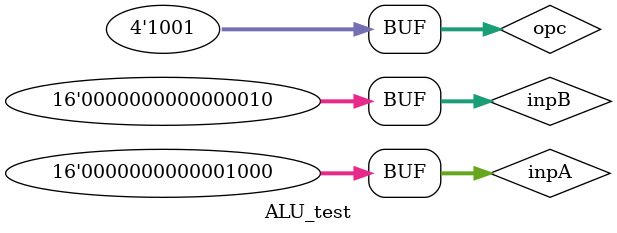
<source format=v>
`timescale 1ns / 1ps


module ALU_test;

	// Inputs
	reg [15:0] inpA;
	reg [15:0] inpB;
	reg [3:0] opc;

	// Outputs
	wire [15:0] res;

	// Instantiate the Unit Under Test (UUT)
	ALU uut (
		.inpA(inpA), 
		.inpB(inpB), 
		.opc(opc), 
		.res(res)
	);

	initial begin
		inpA = 8 ;
		inpB = 2 ;

		opc = 0 ;// 8+2 = 10
		#100;
      opc = 1 ;// 8-2 = 6
		#100;
      opc = 3 ;// 8(0000000000001000) or 2(0000000000000010) = 10(0000000000001010) 
		#100;
      opc = 4 ;// 8(0000000000001000) and 2(0000000000000010) = 0(0000000000000000)
		#100;
      opc = 5 ;// 8<<2 = 32
		#100; 
      opc = 2 ;// 8<2  = 1 
		#100; 
		opc = 9 ;// branch
		#100;
		//$finish;

	end
       
endmodule


</source>
